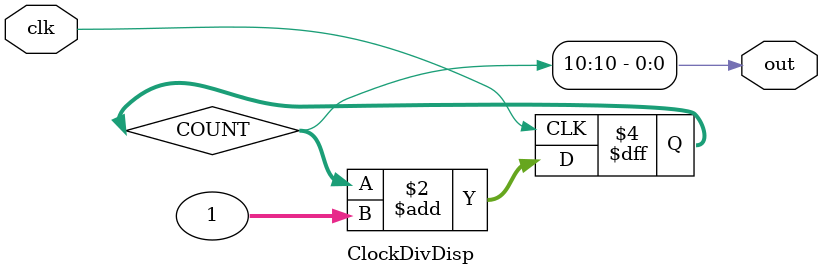
<source format=v>
`timescale 1ns / 1ps

module ClockDivDisp(
    input clk,
    output out
    );
    
    reg [31:0]COUNT = 32'b0;
        assign out = COUNT[10]; //10
        
        always@(posedge clk) begin
            COUNT = COUNT+1;
        end
endmodule

</source>
